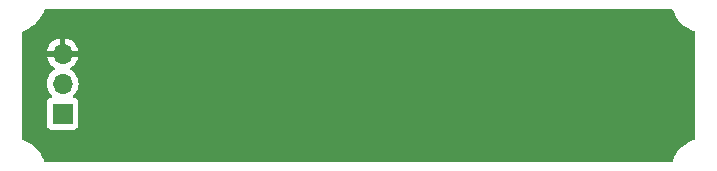
<source format=gbr>
%TF.GenerationSoftware,KiCad,Pcbnew,7.0.7*%
%TF.CreationDate,2023-09-25T07:31:56+02:00*%
%TF.ProjectId,beginner_led_pcb,62656769-6e6e-4657-925f-6c65645f7063,rev?*%
%TF.SameCoordinates,Original*%
%TF.FileFunction,Copper,L2,Bot*%
%TF.FilePolarity,Positive*%
%FSLAX46Y46*%
G04 Gerber Fmt 4.6, Leading zero omitted, Abs format (unit mm)*
G04 Created by KiCad (PCBNEW 7.0.7) date 2023-09-25 07:31:56*
%MOMM*%
%LPD*%
G01*
G04 APERTURE LIST*
%TA.AperFunction,ComponentPad*%
%ADD10R,1.700000X1.700000*%
%TD*%
%TA.AperFunction,ComponentPad*%
%ADD11O,1.700000X1.700000*%
%TD*%
%TA.AperFunction,ViaPad*%
%ADD12C,0.800000*%
%TD*%
G04 APERTURE END LIST*
D10*
%TO.P,J1,1,Pin_1*%
%TO.N,Net-(D12-A2)*%
X198700000Y-113140000D03*
D11*
%TO.P,J1,2,Pin_2*%
%TO.N,Net-(D13-A2)*%
X198700000Y-110600000D03*
%TO.P,J1,3,Pin_3*%
%TO.N,GND*%
X198700000Y-108060000D03*
%TD*%
D12*
%TO.N,GND*%
X202625000Y-109725000D03*
X232412500Y-108450000D03*
X226912500Y-108450000D03*
X202350000Y-105800000D03*
X248662500Y-108400000D03*
X212162500Y-108500000D03*
X230962500Y-108450000D03*
X218812500Y-108450000D03*
X236462500Y-108450000D03*
X235012500Y-108450000D03*
X216212500Y-108450000D03*
X208112500Y-108500000D03*
X214712500Y-108450000D03*
X247162500Y-108400000D03*
X222862500Y-108450000D03*
X228362500Y-108450000D03*
X206150000Y-113050000D03*
X210712500Y-108500000D03*
X251212500Y-108400000D03*
X239062500Y-108400000D03*
X240512500Y-108400000D03*
X243112500Y-108400000D03*
X224362500Y-108450000D03*
X220262500Y-108450000D03*
X244562500Y-108400000D03*
%TD*%
%TA.AperFunction,Conductor*%
%TO.N,GND*%
G36*
X250327665Y-104269685D02*
G01*
X250373420Y-104322489D01*
X250378263Y-104334788D01*
X250450000Y-104550001D01*
X250450001Y-104550002D01*
X250649997Y-104949995D01*
X250649999Y-104949999D01*
X250650000Y-104950000D01*
X250850000Y-105200000D01*
X251058338Y-105450006D01*
X251100002Y-105500002D01*
X251349993Y-105699995D01*
X251349997Y-105699997D01*
X251350000Y-105700000D01*
X251650000Y-105900000D01*
X251950000Y-106050000D01*
X252165211Y-106121736D01*
X252165211Y-106121737D01*
X252222586Y-106161612D01*
X252249295Y-106226175D01*
X252249999Y-106239374D01*
X252249999Y-115260625D01*
X252230314Y-115327664D01*
X252177510Y-115373419D01*
X252165212Y-115378261D01*
X252100009Y-115399996D01*
X252100008Y-115399997D01*
X252100004Y-115399998D01*
X252100000Y-115400000D01*
X251750000Y-115550000D01*
X251749998Y-115550000D01*
X251749996Y-115550002D01*
X251149997Y-115950001D01*
X250850001Y-116249997D01*
X250649999Y-116550001D01*
X250500000Y-116849999D01*
X250380173Y-117169539D01*
X250338202Y-117225399D01*
X250272695Y-117249700D01*
X250264068Y-117250000D01*
X197239374Y-117250000D01*
X197172335Y-117230315D01*
X197126580Y-117177511D01*
X197121737Y-117165212D01*
X197100000Y-117099998D01*
X197000000Y-116850000D01*
X196850000Y-116550000D01*
X196650000Y-116250000D01*
X196649999Y-116249999D01*
X196649998Y-116249997D01*
X196400013Y-116000012D01*
X196399995Y-115999995D01*
X196100000Y-115749999D01*
X196099998Y-115749997D01*
X195849997Y-115599998D01*
X195550003Y-115450001D01*
X195334787Y-115378262D01*
X195277413Y-115338387D01*
X195250704Y-115273824D01*
X195250000Y-115260625D01*
X195250000Y-110600000D01*
X197344341Y-110600000D01*
X197364936Y-110835403D01*
X197364938Y-110835413D01*
X197426094Y-111063655D01*
X197426096Y-111063659D01*
X197426097Y-111063663D01*
X197525965Y-111277830D01*
X197525967Y-111277834D01*
X197634281Y-111432521D01*
X197661501Y-111471396D01*
X197661506Y-111471402D01*
X197783430Y-111593326D01*
X197816915Y-111654649D01*
X197811931Y-111724341D01*
X197770059Y-111780274D01*
X197739083Y-111797189D01*
X197607669Y-111846203D01*
X197607664Y-111846206D01*
X197492455Y-111932452D01*
X197492452Y-111932455D01*
X197406206Y-112047664D01*
X197406202Y-112047671D01*
X197355908Y-112182517D01*
X197349501Y-112242116D01*
X197349501Y-112242123D01*
X197349500Y-112242135D01*
X197349500Y-114037870D01*
X197349501Y-114037876D01*
X197355908Y-114097483D01*
X197406202Y-114232328D01*
X197406206Y-114232335D01*
X197492452Y-114347544D01*
X197492455Y-114347547D01*
X197607664Y-114433793D01*
X197607671Y-114433797D01*
X197742517Y-114484091D01*
X197742516Y-114484091D01*
X197749444Y-114484835D01*
X197802127Y-114490500D01*
X199597872Y-114490499D01*
X199657483Y-114484091D01*
X199792331Y-114433796D01*
X199907546Y-114347546D01*
X199993796Y-114232331D01*
X200044091Y-114097483D01*
X200050500Y-114037873D01*
X200050499Y-112242128D01*
X200044091Y-112182517D01*
X199993796Y-112047669D01*
X199993795Y-112047668D01*
X199993793Y-112047664D01*
X199907547Y-111932455D01*
X199907544Y-111932452D01*
X199792335Y-111846206D01*
X199792328Y-111846202D01*
X199660917Y-111797189D01*
X199604983Y-111755318D01*
X199580566Y-111689853D01*
X199595418Y-111621580D01*
X199616563Y-111593332D01*
X199738495Y-111471401D01*
X199874035Y-111277830D01*
X199973903Y-111063663D01*
X200035063Y-110835408D01*
X200055659Y-110600000D01*
X200035063Y-110364592D01*
X199973903Y-110136337D01*
X199874035Y-109922171D01*
X199738495Y-109728599D01*
X199738494Y-109728597D01*
X199571402Y-109561506D01*
X199571401Y-109561505D01*
X199385405Y-109431269D01*
X199341781Y-109376692D01*
X199334588Y-109307193D01*
X199366110Y-109244839D01*
X199385405Y-109228119D01*
X199571082Y-109098105D01*
X199738105Y-108931082D01*
X199873600Y-108737578D01*
X199973429Y-108523492D01*
X199973432Y-108523486D01*
X200030636Y-108310000D01*
X199313347Y-108310000D01*
X199246308Y-108290315D01*
X199200553Y-108237511D01*
X199190609Y-108168353D01*
X199194369Y-108151067D01*
X199200000Y-108131888D01*
X199200000Y-107988111D01*
X199194369Y-107968933D01*
X199194370Y-107899064D01*
X199232145Y-107840286D01*
X199295701Y-107811262D01*
X199313347Y-107810000D01*
X200030636Y-107810000D01*
X200030635Y-107809999D01*
X199973432Y-107596513D01*
X199973429Y-107596507D01*
X199873600Y-107382422D01*
X199873599Y-107382420D01*
X199738113Y-107188926D01*
X199738108Y-107188920D01*
X199571082Y-107021894D01*
X199377578Y-106886399D01*
X199163492Y-106786570D01*
X199163486Y-106786567D01*
X198949999Y-106729364D01*
X198949999Y-107447698D01*
X198930314Y-107514737D01*
X198877510Y-107560492D01*
X198808353Y-107570436D01*
X198735764Y-107560000D01*
X198735763Y-107560000D01*
X198664237Y-107560000D01*
X198664233Y-107560000D01*
X198591645Y-107570436D01*
X198522487Y-107560492D01*
X198469684Y-107514736D01*
X198450000Y-107447698D01*
X198450000Y-106729364D01*
X198449999Y-106729364D01*
X198236513Y-106786567D01*
X198236507Y-106786570D01*
X198022422Y-106886399D01*
X198022420Y-106886400D01*
X197828926Y-107021886D01*
X197828920Y-107021891D01*
X197661891Y-107188920D01*
X197661886Y-107188926D01*
X197526400Y-107382420D01*
X197526399Y-107382422D01*
X197426570Y-107596507D01*
X197426567Y-107596513D01*
X197369364Y-107809999D01*
X197369364Y-107810000D01*
X198086653Y-107810000D01*
X198153692Y-107829685D01*
X198199447Y-107882489D01*
X198209391Y-107951647D01*
X198205631Y-107968933D01*
X198200000Y-107988111D01*
X198200000Y-108131888D01*
X198205631Y-108151067D01*
X198205630Y-108220936D01*
X198167855Y-108279714D01*
X198104299Y-108308738D01*
X198086653Y-108310000D01*
X197369364Y-108310000D01*
X197426567Y-108523486D01*
X197426570Y-108523492D01*
X197526399Y-108737578D01*
X197661894Y-108931082D01*
X197828917Y-109098105D01*
X198014595Y-109228119D01*
X198058219Y-109282696D01*
X198065412Y-109352195D01*
X198033890Y-109414549D01*
X198014595Y-109431269D01*
X197828594Y-109561508D01*
X197661505Y-109728597D01*
X197525965Y-109922169D01*
X197525964Y-109922171D01*
X197426098Y-110136335D01*
X197426094Y-110136344D01*
X197364938Y-110364586D01*
X197364936Y-110364596D01*
X197344341Y-110599999D01*
X197344341Y-110600000D01*
X195250000Y-110600000D01*
X195250000Y-106289374D01*
X195269685Y-106222335D01*
X195322489Y-106176580D01*
X195334782Y-106171739D01*
X195400000Y-106150000D01*
X195800000Y-105950000D01*
X196150000Y-105750000D01*
X196299997Y-105600002D01*
X196449995Y-105450006D01*
X196449994Y-105450006D01*
X196450000Y-105450000D01*
X196800000Y-105050000D01*
X196950000Y-104800000D01*
X197100000Y-104500000D01*
X197168820Y-104327948D01*
X197211995Y-104273014D01*
X197278015Y-104250142D01*
X197283952Y-104250000D01*
X250260626Y-104250000D01*
X250327665Y-104269685D01*
G37*
%TD.AperFunction*%
%TD*%
M02*

</source>
